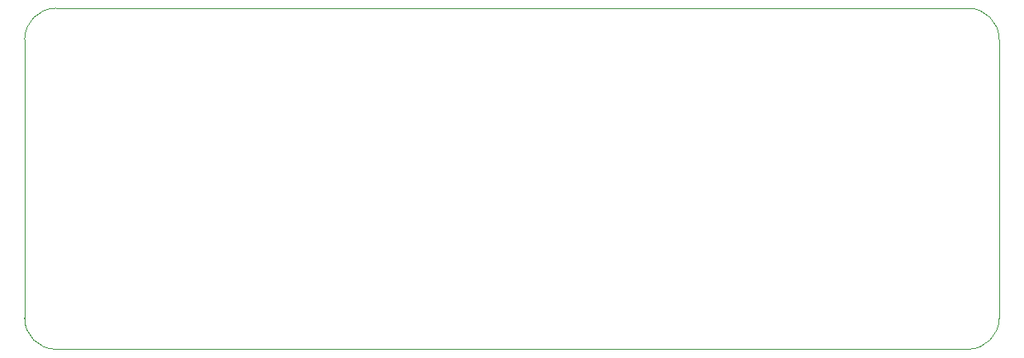
<source format=gbr>
%TF.GenerationSoftware,KiCad,Pcbnew,9.0.2+1*%
%TF.CreationDate,2025-05-31T23:41:05+01:00*%
%TF.ProjectId,OBC,4f42432e-6b69-4636-9164-5f7063625858,rev?*%
%TF.SameCoordinates,Original*%
%TF.FileFunction,Profile,NP*%
%FSLAX45Y45*%
G04 Gerber Fmt 4.5, Leading zero omitted, Abs format (unit mm)*
G04 Created by KiCad (PCBNEW 9.0.2+1) date 2025-05-31 23:41:05*
%MOMM*%
%LPD*%
G01*
G04 APERTURE LIST*
%TA.AperFunction,Profile*%
%ADD10C,0.050000*%
%TD*%
G04 APERTURE END LIST*
D10*
X10338000Y-10181000D02*
X19698000Y-10181000D01*
X10018000Y-7001000D02*
X10018000Y-9861000D01*
X19698000Y-6681000D02*
G75*
G02*
X20018000Y-7001000I0J-320000D01*
G01*
X20018000Y-7001000D02*
X20018000Y-9861000D01*
X20018000Y-9861000D02*
G75*
G02*
X19698000Y-10181000I-320000J0D01*
G01*
X10018000Y-7001000D02*
G75*
G02*
X10338000Y-6681000I320000J0D01*
G01*
X10338000Y-10181000D02*
G75*
G02*
X10018000Y-9861000I0J320000D01*
G01*
X19698000Y-6681000D02*
X10338000Y-6681000D01*
M02*

</source>
